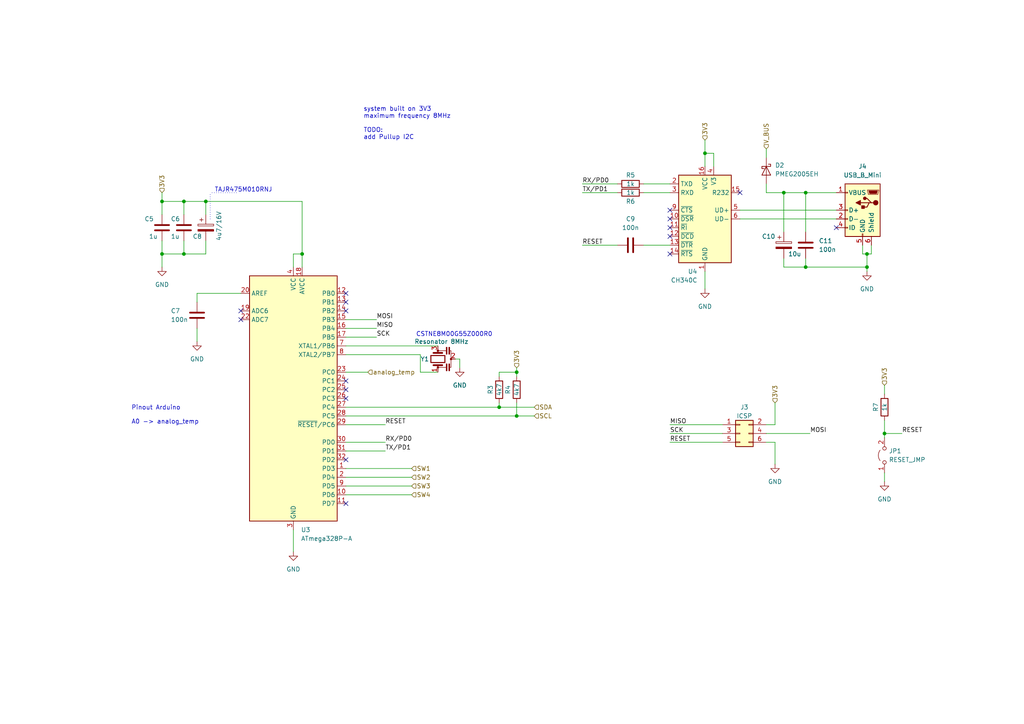
<source format=kicad_sch>
(kicad_sch (version 20231120) (generator "eeschema") (generator_version "8.0")
  (paper "A4")
  (lib_symbols
    (symbol "Connector:USB_B_Mini" (pin_names (offset 1.016))
      (property "Reference" "J" (at -5.08 11.43 0))
      (property "Value" "USB_B_Mini" (at -5.08 8.89 0))
      (symbol "USB_B_Mini_0_1"
        (rectangle (start -5.08 -7.62) (end 5.08 7.62) (stroke (width 0.254)) (fill (type background)))
        (circle (center -3.81 2.159) (radius 0.635) (stroke (width 0.254)) (fill (type outline)))
        (circle (center -0.635 3.429) (radius 0.381) (stroke (width 0.254)) (fill (type outline)))
        (rectangle (start -0.127 -7.62) (end 0.127 -6.858))
        (polyline (pts (xy -1.905 2.159) (xy 0.635 2.159)) (stroke (width 0.254)))
        (polyline (pts (xy -3.175 2.159) (xy -2.54 2.159) (xy -1.27 3.429) (xy -0.635 3.429)) (stroke (width 0.254)))
        (polyline (pts (xy -2.54 2.159) (xy -1.905 2.159) (xy -1.27 0.889) (xy 0 0.889)) (stroke (width 0.254)))
        (polyline (pts (xy 0.635 2.794) (xy 0.635 1.524) (xy 1.905 2.159) (xy 0.635 2.794)) (stroke (width 0.254)) (fill (type outline)))
        (polyline (pts (xy -4.318 5.588) (xy -1.778 5.588) (xy -2.032 4.826) (xy -4.064 4.826) (xy -4.318 5.588)) (fill (type outline)))
        (polyline (pts (xy -4.699 5.842) (xy -4.699 5.588) (xy -4.445 4.826) (xy -4.445 4.572) (xy -1.651 4.572) (xy -1.651 4.826) (xy -1.397 5.588) (xy -1.397 5.842) (xy -4.699 5.842)))
        (rectangle (start 0.254 1.27) (end -0.508 0.508) (stroke (width 0.254)) (fill (type outline)))
        (rectangle (start 5.08 -5.207) (end 4.318 -4.953))
        (rectangle (start 5.08 -2.667) (end 4.318 -2.413))
        (rectangle (start 5.08 -0.127) (end 4.318 0.127))
        (rectangle (start 5.08 4.953) (end 4.318 5.207))
      )
      (symbol "USB_B_Mini_1_1"
        (pin power_out line (at 7.62 5.08 180) (length 2.54) (name "VBUS") (number "1"))
        (pin bidirectional line (at 7.62 -2.54 180) (length 2.54) (name "D-") (number "2"))
        (pin bidirectional line (at 7.62 0 180) (length 2.54) (name "D+") (number "3"))
        (pin passive line (at 7.62 -5.08 180) (length 2.54) (name "ID") (number "4"))
        (pin power_out line (at 0 -10.16 90) (length 2.54) (name "GND") (number "5"))
        (pin passive line (at -2.54 -10.16 90) (length 2.54) (name "Shield") (number "6"))
      )
    )
    (symbol "Connector_Generic:Conn_02x03_Odd_Even" (pin_names (offset 1.016) hide)
      (property "Reference" "J" (at 1.27 5.08 0))
      (property "Value" "Conn_02x03_Odd_Even" (at 1.27 -5.08 0))
      (symbol "Conn_02x03_Odd_Even_1_1"
        (rectangle (start -1.27 -2.413) (end 0 -2.667) (stroke (width 0.1524)))
        (rectangle (start -1.27 0.127) (end 0 -0.127) (stroke (width 0.1524)))
        (rectangle (start -1.27 2.667) (end 0 2.413) (stroke (width 0.1524)))
        (rectangle (start -1.27 3.81) (end 3.81 -3.81) (stroke (width 0.254)) (fill (type background)))
        (rectangle (start 3.81 -2.413) (end 2.54 -2.667) (stroke (width 0.1524)))
        (rectangle (start 3.81 0.127) (end 2.54 -0.127) (stroke (width 0.1524)))
        (rectangle (start 3.81 2.667) (end 2.54 2.413) (stroke (width 0.1524)))
        (pin passive line (at -5.08 2.54 0) (length 3.81) (name "Pin_1") (number "1"))
        (pin passive line (at 7.62 2.54 180) (length 3.81) (name "Pin_2") (number "2"))
        (pin passive line (at -5.08 0 0) (length 3.81) (name "Pin_3") (number "3"))
        (pin passive line (at 7.62 0 180) (length 3.81) (name "Pin_4") (number "4"))
        (pin passive line (at -5.08 -2.54 0) (length 3.81) (name "Pin_5") (number "5"))
        (pin passive line (at 7.62 -2.54 180) (length 3.81) (name "Pin_6") (number "6"))
      )
    )
    (symbol "Device:C" (pin_numbers hide) (pin_names (offset 0.254))
      (property "Reference" "C" (at 0.635 2.54 0))
      (property "Value" "C" (at 0.635 -2.54 0))
      (symbol "C_0_1"
        (polyline (pts (xy -2.032 -0.762) (xy 2.032 -0.762)) (stroke (width 0.508)))
        (polyline (pts (xy -2.032 0.762) (xy 2.032 0.762)) (stroke (width 0.508)))
      )
      (symbol "C_1_1"
        (pin passive line (at 0 3.81 270) (length 2.794) (name "~") (number "1"))
        (pin passive line (at 0 -3.81 90) (length 2.794) (name "~") (number "2"))
      )
    )
    (symbol "Device:C_Polarized" (pin_numbers hide) (pin_names (offset 0.254))
      (property "Reference" "C" (at 0.635 2.54 0))
      (property "Value" "C_Polarized" (at 0.635 -2.54 0))
      (symbol "C_Polarized_0_1"
        (rectangle (start -2.286 0.508) (end 2.286 1.016))
        (polyline (pts (xy -1.778 2.286) (xy -0.762 2.286)))
        (polyline (pts (xy -1.27 2.794) (xy -1.27 1.778)))
        (rectangle (start 2.286 -0.508) (end -2.286 -1.016) (fill (type outline)))
      )
      (symbol "C_Polarized_1_1"
        (pin passive line (at 0 3.81 270) (length 2.794) (name "~") (number "1"))
        (pin passive line (at 0 -3.81 90) (length 2.794) (name "~") (number "2"))
      )
    )
    (symbol "Device:R" (pin_numbers hide) (pin_names (offset 0))
      (property "Reference" "R" (at 2.032 0 90))
      (property "Value" "R" (at 0 0 90))
      (symbol "R_0_1"
        (rectangle (start -1.016 -2.54) (end 1.016 2.54) (stroke (width 0.254)))
      )
      (symbol "R_1_1"
        (pin passive line (at 0 3.81 270) (length 1.27) (name "~") (number "1"))
        (pin passive line (at 0 -3.81 90) (length 1.27) (name "~") (number "2"))
      )
    )
    (symbol "Device:Resonator" (pin_names (offset 1.016) hide)
      (property "Reference" "Y" (at 0 5.715 0))
      (property "Value" "Resonator" (at 0 3.81 0))
      (symbol "Resonator_0_1"
        (rectangle (start -3.429 -3.175) (end -1.397 -3.429) (fill (type outline)))
        (rectangle (start -3.429 -2.413) (end -1.397 -2.667) (fill (type outline)))
        (circle (center -2.413 0) (radius 0.254) (fill (type outline)))
        (rectangle (start -1.016 2.032) (end 1.016 -2.032) (stroke (width 0.3048)))
        (circle (center 0 -3.81) (radius 0.254) (fill (type outline)))
        (polyline (pts (xy -2.413 -2.413) (xy -2.413 0)))
        (polyline (pts (xy -1.905 0) (xy -3.175 0)))
        (polyline (pts (xy -1.778 -1.27) (xy -1.778 1.27)) (stroke (width 0.508)))
        (polyline (pts (xy 1.778 -1.27) (xy 1.778 1.27)) (stroke (width 0.508)))
        (polyline (pts (xy 1.905 0) (xy 2.54 0)))
        (polyline (pts (xy 2.413 0) (xy 2.413 -2.54)))
        (polyline (pts (xy 2.413 -3.302) (xy 2.413 -3.81) (xy -2.413 -3.81) (xy -2.413 -3.302)))
        (rectangle (start 1.397 -3.175) (end 3.429 -3.429) (fill (type outline)))
        (rectangle (start 1.397 -2.413) (end 3.429 -2.667) (fill (type outline)))
        (circle (center 2.413 0) (radius 0.254) (fill (type outline)))
      )
      (symbol "Resonator_1_1"
        (pin passive line (at -3.81 0 0) (length 1.27) (name "1") (number "1"))
        (pin passive line (at 0 -5.08 90) (length 1.27) (name "2") (number "2"))
        (pin passive line (at 3.81 0 180) (length 1.27) (name "3") (number "3"))
      )
    )
    (symbol "Diode:PMEG2005EH" (pin_numbers hide) (pin_names hide)
      (property "Reference" "D" (at 0 2.54 0))
      (property "Value" "PMEG2005EH" (at 0 -2.54 0))
      (symbol "PMEG2005EH_0_1"
        (polyline (pts (xy 1.27 0) (xy -1.27 0)))
        (polyline (pts (xy 1.27 1.27) (xy 1.27 -1.27) (xy -1.27 0) (xy 1.27 1.27)) (stroke (width 0.2032)))
        (polyline (pts (xy -1.905 0.635) (xy -1.905 1.27) (xy -1.27 1.27) (xy -1.27 -1.27) (xy -0.635 -1.27) (xy -0.635 -0.635)) (stroke (width 0.2032)))
      )
      (symbol "PMEG2005EH_1_1"
        (pin passive line (at -3.81 0 0) (length 2.54) (name "K") (number "1"))
        (pin passive line (at 3.81 0 180) (length 2.54) (name "A") (number "2"))
      )
    )
    (symbol "Interface_USB:CH340C"
      (property "Reference" "U" (at -5.08 13.97 0))
      (property "Value" "CH340C" (at 1.27 13.97 0))
      (symbol "CH340C_0_1"
        (rectangle (start -7.62 12.7) (end 7.62 -12.7) (stroke (width 0.254)) (fill (type background)))
      )
      (symbol "CH340C_1_1"
        (pin power_in line (at 0 -15.24 90) (length 2.54) (name "GND") (number "1"))
        (pin input line (at 10.16 0 180) (length 2.54) (name "~{DSR}") (number "10"))
        (pin input line (at 10.16 -2.54 180) (length 2.54) (name "~{RI}") (number "11"))
        (pin input line (at 10.16 -5.08 180) (length 2.54) (name "~{DCD}") (number "12"))
        (pin output line (at 10.16 -7.62 180) (length 2.54) (name "~{DTR}") (number "13"))
        (pin output line (at 10.16 -10.16 180) (length 2.54) (name "~{RTS}") (number "14"))
        (pin input line (at -10.16 7.62 0) (length 2.54) (name "R232") (number "15"))
        (pin power_in line (at 0 15.24 270) (length 2.54) (name "VCC") (number "16"))
        (pin output line (at 10.16 10.16 180) (length 2.54) (name "TXD") (number "2"))
        (pin input line (at 10.16 7.62 180) (length 2.54) (name "RXD") (number "3"))
        (pin passive line (at -2.54 15.24 270) (length 2.54) (name "V3") (number "4"))
        (pin bidirectional line (at -10.16 2.54 0) (length 2.54) (name "UD+") (number "5"))
        (pin bidirectional line (at -10.16 0 0) (length 2.54) (name "UD-") (number "6"))
        (pin no_connect line (at -7.62 -7.62 0) (length 2.54) hide (name "NC") (number "7"))
        (pin no_connect line (at -7.62 -10.16 0) (length 2.54) hide (name "NC") (number "8"))
        (pin input line (at 10.16 2.54 180) (length 2.54) (name "~{CTS}") (number "9"))
      )
    )
    (symbol "Jumper:Jumper_2_Open" (pin_names (offset 0) hide)
      (property "Reference" "JP" (at 0 2.794 0))
      (property "Value" "Jumper_2_Open" (at 0 -2.286 0))
      (symbol "Jumper_2_Open_0_0"
        (circle (center -2.032 0) (radius 0.508))
        (circle (center 2.032 0) (radius 0.508))
      )
      (symbol "Jumper_2_Open_0_1"
        (arc (start 1.524 1.27) (mid 0 1.778) (end -1.524 1.27))
      )
      (symbol "Jumper_2_Open_1_1"
        (pin passive line (at -5.08 0 0) (length 2.54) (name "A") (number "1"))
        (pin passive line (at 5.08 0 180) (length 2.54) (name "B") (number "2"))
      )
    )
    (symbol "MCU_Microchip_ATmega:ATmega328P-A"
      (property "Reference" "U" (at -12.7 36.83 0))
      (property "Value" "ATmega328P-A" (at 2.54 -36.83 0))
      (symbol "ATmega328P-A_0_1"
        (rectangle (start -12.7 -35.56) (end 12.7 35.56) (stroke (width 0.254)) (fill (type background)))
      )
      (symbol "ATmega328P-A_1_1"
        (pin bidirectional line (at 15.24 -20.32 180) (length 2.54) (name "PD3") (number "1"))
        (pin bidirectional line (at 15.24 -27.94 180) (length 2.54) (name "PD6") (number "10"))
        (pin bidirectional line (at 15.24 -30.48 180) (length 2.54) (name "PD7") (number "11"))
        (pin bidirectional line (at 15.24 30.48 180) (length 2.54) (name "PB0") (number "12"))
        (pin bidirectional line (at 15.24 27.94 180) (length 2.54) (name "PB1") (number "13"))
        (pin bidirectional line (at 15.24 25.4 180) (length 2.54) (name "PB2") (number "14"))
        (pin bidirectional line (at 15.24 22.86 180) (length 2.54) (name "PB3") (number "15"))
        (pin bidirectional line (at 15.24 20.32 180) (length 2.54) (name "PB4") (number "16"))
        (pin bidirectional line (at 15.24 17.78 180) (length 2.54) (name "PB5") (number "17"))
        (pin power_in line (at 2.54 38.1 270) (length 2.54) (name "AVCC") (number "18"))
        (pin input line (at -15.24 25.4 0) (length 2.54) (name "ADC6") (number "19"))
        (pin bidirectional line (at 15.24 -22.86 180) (length 2.54) (name "PD4") (number "2"))
        (pin passive line (at -15.24 30.48 0) (length 2.54) (name "AREF") (number "20"))
        (pin passive line (at 0 -38.1 90) (length 2.54) hide (name "GND") (number "21"))
        (pin input line (at -15.24 22.86 0) (length 2.54) (name "ADC7") (number "22"))
        (pin bidirectional line (at 15.24 7.62 180) (length 2.54) (name "PC0") (number "23"))
        (pin bidirectional line (at 15.24 5.08 180) (length 2.54) (name "PC1") (number "24"))
        (pin bidirectional line (at 15.24 2.54 180) (length 2.54) (name "PC2") (number "25"))
        (pin bidirectional line (at 15.24 0 180) (length 2.54) (name "PC3") (number "26"))
        (pin bidirectional line (at 15.24 -2.54 180) (length 2.54) (name "PC4") (number "27"))
        (pin bidirectional line (at 15.24 -5.08 180) (length 2.54) (name "PC5") (number "28"))
        (pin bidirectional line (at 15.24 -7.62 180) (length 2.54) (name "~{RESET}/PC6") (number "29"))
        (pin power_in line (at 0 -38.1 90) (length 2.54) (name "GND") (number "3"))
        (pin bidirectional line (at 15.24 -12.7 180) (length 2.54) (name "PD0") (number "30"))
        (pin bidirectional line (at 15.24 -15.24 180) (length 2.54) (name "PD1") (number "31"))
        (pin bidirectional line (at 15.24 -17.78 180) (length 2.54) (name "PD2") (number "32"))
        (pin power_in line (at 0 38.1 270) (length 2.54) (name "VCC") (number "4"))
        (pin passive line (at 0 -38.1 90) (length 2.54) hide (name "GND") (number "5"))
        (pin passive line (at 0 38.1 270) (length 2.54) hide (name "VCC") (number "6"))
        (pin bidirectional line (at 15.24 15.24 180) (length 2.54) (name "XTAL1/PB6") (number "7"))
        (pin bidirectional line (at 15.24 12.7 180) (length 2.54) (name "XTAL2/PB7") (number "8"))
        (pin bidirectional line (at 15.24 -25.4 180) (length 2.54) (name "PD5") (number "9"))
      )
    )
    (symbol "power:GND" (power) (pin_names (offset 0))
      (property "Value" "GND" (at 0 -3.81 0))
      (symbol "GND_0_1"
        (polyline (pts (xy 0 0) (xy 0 -1.27) (xy 1.27 -1.27) (xy 0 -2.54) (xy -1.27 -1.27) (xy 0 -1.27)))
      )
      (symbol "GND_1_1"
        (pin power_in line (at 0 0 270) (length 0) hide (name "GND") (number "1"))
      )
    )
  )
  (junction (at 204.47 44.45))
  (junction (at 256.54 125.73))
  (junction (at 53.34 73.66))
  (junction (at 59.69 58.42))
  (junction (at 46.99 73.66))
  (junction (at 87.63 73.66))
  (junction (at 149.86 120.65))
  (junction (at 227.33 55.88))
  (junction (at 144.78 118.11))
  (junction (at 233.68 55.88))
  (junction (at 251.46 77.47))
  (junction (at 53.34 58.42))
  (junction (at 251.46 73.66))
  (junction (at 149.86 107.95))
  (junction (at 46.99 58.42))
  (junction (at 233.68 77.47))
  (no_connect (at 194.31 60.96))
  (no_connect (at 194.31 66.04))
  (no_connect (at 69.85 92.71))
  (no_connect (at 100.33 133.35))
  (no_connect (at 194.31 68.58))
  (no_connect (at 242.57 66.04))
  (no_connect (at 100.33 85.09))
  (no_connect (at 100.33 113.03))
  (no_connect (at 100.33 146.05))
  (no_connect (at 69.85 90.17))
  (no_connect (at 100.33 110.49))
  (no_connect (at 194.31 73.66))
  (no_connect (at 100.33 90.17))
  (no_connect (at 100.33 87.63))
  (no_connect (at 214.63 55.88))
  (no_connect (at 194.31 63.5))
  (no_connect (at 100.33 115.57))
  (wire (pts (xy 214.63 63.5) (xy 242.57 63.5)))
  (wire (pts (xy 204.47 78.74) (xy 204.47 83.82)))
  (wire (pts (xy 53.34 58.42) (xy 46.99 58.42)))
  (wire (pts (xy 222.25 53.34) (xy 222.25 55.88)))
  (wire (pts (xy 100.33 95.25) (xy 109.22 95.25)))
  (wire (pts (xy 222.25 123.19) (xy 224.79 123.19)))
  (wire (pts (xy 222.25 125.73) (xy 234.95 125.73)))
  (wire (pts (xy 121.92 107.95) (xy 127 107.95)))
  (wire (pts (xy 233.68 55.88) (xy 242.57 55.88)))
  (wire (pts (xy 251.46 73.66) (xy 250.19 73.66)))
  (wire (pts (xy 69.85 85.09) (xy 57.15 85.09)))
  (wire (pts (xy 252.73 71.12) (xy 252.73 73.66)))
  (wire (pts (xy 194.31 123.19) (xy 209.55 123.19)))
  (wire (pts (xy 100.33 92.71) (xy 109.22 92.71)))
  (wire (pts (xy 46.99 55.88) (xy 46.99 58.42)))
  (wire (pts (xy 59.69 62.23) (xy 59.69 58.42)))
  (wire (pts (xy 222.25 128.27) (xy 224.79 128.27)))
  (wire (pts (xy 233.68 77.47) (xy 251.46 77.47)))
  (wire (pts (xy 207.01 48.26) (xy 207.01 44.45)))
  (wire (pts (xy 100.33 102.87) (xy 121.92 102.87)))
  (wire (pts (xy 53.34 73.66) (xy 59.69 73.66)))
  (wire (pts (xy 87.63 77.47) (xy 87.63 73.66)))
  (wire (pts (xy 53.34 62.23) (xy 53.34 58.42)))
  (wire (pts (xy 207.01 44.45) (xy 204.47 44.45)))
  (wire (pts (xy 168.91 71.12) (xy 179.07 71.12)))
  (wire (pts (xy 194.31 128.27) (xy 209.55 128.27)))
  (wire (pts (xy 251.46 73.66) (xy 251.46 77.47)))
  (wire (pts (xy 100.33 118.11) (xy 144.78 118.11)))
  (wire (pts (xy 46.99 73.66) (xy 46.99 77.47)))
  (wire (pts (xy 144.78 107.95) (xy 149.86 107.95)))
  (wire (pts (xy 100.33 128.27) (xy 111.76 128.27)))
  (wire (pts (xy 224.79 128.27) (xy 224.79 134.62)))
  (wire (pts (xy 194.31 125.73) (xy 209.55 125.73)))
  (wire (pts (xy 204.47 44.45) (xy 204.47 48.26)))
  (wire (pts (xy 59.69 58.42) (xy 53.34 58.42)))
  (wire (pts (xy 100.33 123.19) (xy 111.76 123.19)))
  (wire (pts (xy 256.54 125.73) (xy 261.62 125.73)))
  (wire (pts (xy 227.33 55.88) (xy 233.68 55.88)))
  (wire (pts (xy 186.69 55.88) (xy 194.31 55.88)))
  (wire (pts (xy 133.35 104.14) (xy 133.35 106.68)))
  (wire (pts (xy 85.09 77.47) (xy 85.09 73.66)))
  (polyline (pts (xy 60.96 63.5) (xy 60.96 55.88)) (stroke (width 0) (type dot)))
  (wire (pts (xy 144.78 116.84) (xy 144.78 118.11)))
  (polyline (pts (xy 68.58 55.88) (xy 60.96 55.88)) (stroke (width 0) (type dot)))
  (wire (pts (xy 252.73 73.66) (xy 251.46 73.66)))
  (wire (pts (xy 186.69 53.34) (xy 194.31 53.34)))
  (wire (pts (xy 100.33 143.51) (xy 119.38 143.51)))
  (wire (pts (xy 186.69 71.12) (xy 194.31 71.12)))
  (wire (pts (xy 168.91 53.34) (xy 179.07 53.34)))
  (wire (pts (xy 85.09 153.67) (xy 85.09 160.02)))
  (wire (pts (xy 227.33 77.47) (xy 233.68 77.47)))
  (wire (pts (xy 144.78 109.22) (xy 144.78 107.95)))
  (wire (pts (xy 85.09 73.66) (xy 87.63 73.66)))
  (wire (pts (xy 144.78 118.11) (xy 154.94 118.11)))
  (wire (pts (xy 87.63 58.42) (xy 59.69 58.42)))
  (wire (pts (xy 250.19 73.66) (xy 250.19 71.12)))
  (wire (pts (xy 233.68 74.93) (xy 233.68 77.47)))
  (wire (pts (xy 256.54 111.76) (xy 256.54 114.3)))
  (wire (pts (xy 87.63 73.66) (xy 87.63 58.42)))
  (wire (pts (xy 46.99 69.85) (xy 46.99 73.66)))
  (wire (pts (xy 149.86 120.65) (xy 154.94 120.65)))
  (wire (pts (xy 256.54 127) (xy 256.54 125.73)))
  (wire (pts (xy 100.33 130.81) (xy 111.76 130.81)))
  (wire (pts (xy 59.69 69.85) (xy 59.69 73.66)))
  (wire (pts (xy 57.15 85.09) (xy 57.15 87.63)))
  (wire (pts (xy 233.68 55.88) (xy 233.68 67.31)))
  (wire (pts (xy 53.34 73.66) (xy 46.99 73.66)))
  (wire (pts (xy 100.33 135.89) (xy 119.38 135.89)))
  (wire (pts (xy 100.33 100.33) (xy 127 100.33)))
  (wire (pts (xy 121.92 102.87) (xy 121.92 107.95)))
  (wire (pts (xy 222.25 55.88) (xy 227.33 55.88)))
  (wire (pts (xy 149.86 106.68) (xy 149.86 107.95)))
  (wire (pts (xy 149.86 116.84) (xy 149.86 120.65)))
  (wire (pts (xy 53.34 69.85) (xy 53.34 73.66)))
  (wire (pts (xy 133.35 104.14) (xy 132.08 104.14)))
  (wire (pts (xy 256.54 121.92) (xy 256.54 125.73)))
  (wire (pts (xy 251.46 77.47) (xy 251.46 78.74)))
  (wire (pts (xy 227.33 74.93) (xy 227.33 77.47)))
  (wire (pts (xy 100.33 138.43) (xy 119.38 138.43)))
  (wire (pts (xy 149.86 107.95) (xy 149.86 109.22)))
  (wire (pts (xy 224.79 123.19) (xy 224.79 116.84)))
  (wire (pts (xy 100.33 140.97) (xy 119.38 140.97)))
  (wire (pts (xy 57.15 95.25) (xy 57.15 99.06)))
  (wire (pts (xy 256.54 137.16) (xy 256.54 139.7)))
  (wire (pts (xy 168.91 55.88) (xy 179.07 55.88)))
  (wire (pts (xy 222.25 43.18) (xy 222.25 45.72)))
  (wire (pts (xy 46.99 58.42) (xy 46.99 62.23)))
  (wire (pts (xy 227.33 67.31) (xy 227.33 55.88)))
  (wire (pts (xy 100.33 120.65) (xy 149.86 120.65)))
  (wire (pts (xy 204.47 40.64) (xy 204.47 44.45)))
  (wire (pts (xy 100.33 107.95) (xy 106.68 107.95)))
  (wire (pts (xy 100.33 97.79) (xy 109.22 97.79)))
  (wire (pts (xy 214.63 60.96) (xy 242.57 60.96)))
  (text "system built on 3V3\nmaximum frequency 8MHz\n\nTODO:\nadd Pullup I2C\n" (at 105.41 40.64 0) (effects (font (size 1.27 1.27)) (justify left bottom)))
  (text "Pinout Arduino\n\nA0 -> analog_temp" (at 38.1 123.19 0) (effects (font (size 1.27 1.27)) (justify left bottom)))
  (text "CSTNE8M00G55Z000R0" (at 120.65 97.79 0) (effects (font (size 1.27 1.27)) (justify left bottom)))
  (text "TAJR475M010RNJ" (at 62.23 55.88 0) (effects (font (size 1.27 1.27)) (justify left bottom)))
  (label "SCK" (at 109.22 97.79 0))
  (label "RX{slash}PD0" (at 168.91 53.34 0))
  (label "TX{slash}PD1" (at 168.91 55.88 0))
  (label "RESET" (at 261.62 125.73 0))
  (label "RESET" (at 168.91 71.12 0))
  (label "RX{slash}PD0" (at 111.76 128.27 0))
  (label "MOSI" (at 234.95 125.73 0))
  (label "SCK" (at 194.31 125.73 0))
  (label "RESET" (at 111.76 123.19 0))
  (label "MISO" (at 194.31 123.19 0))
  (label "RESET" (at 194.31 128.27 0))
  (label "TX{slash}PD1" (at 111.76 130.81 0))
  (label "MOSI" (at 109.22 92.71 0))
  (label "MISO" (at 109.22 95.25 0))
  (hierarchical_label "SW4" (shape input) (at 119.38 143.51 0))
  (hierarchical_label "SDA" (shape input) (at 154.94 118.11 0))
  (hierarchical_label "SW3" (shape input) (at 119.38 140.97 0))
  (hierarchical_label "3V3" (shape input) (at 204.47 40.64 90))
  (hierarchical_label "SW1" (shape input) (at 119.38 135.89 0))
  (hierarchical_label "3V3" (shape input) (at 46.99 55.88 90))
  (hierarchical_label "3V3" (shape input) (at 149.86 106.68 90))
  (hierarchical_label "SW2" (shape input) (at 119.38 138.43 0))
  (hierarchical_label "analog_temp" (shape input) (at 106.68 107.95 0))
  (hierarchical_label "SCL" (shape input) (at 154.94 120.65 0))
  (hierarchical_label "3V3" (shape input) (at 224.79 116.84 90))
  (hierarchical_label "V_BUS" (shape input) (at 222.25 43.18 90))
  (hierarchical_label "3V3" (shape input) (at 256.54 111.76 90))
  (symbol (lib_id "Device:C") (at 57.15 91.44 0) (unit 1)
    (property "Reference" "C7" (at 49.53 90.17 0) (effects (justify left)))
    (property "Value" "100n" (at 49.53 92.71 0) (effects (justify left)))
    (property "Footprint" "Capacitor_SMD:C_0603_1608Metric_Pad1.08x0.95mm_HandSolder" (effects (hide yes)))
  )
  (symbol (lib_id "Device:R") (at 144.78 113.03 180) (unit 1)
    (property "Reference" "R3" (at 142.24 113.03 90))
    (property "Value" "4k7" (at 144.78 113.03 90))
    (property "Footprint" "Resistor_SMD:R_0402_1005Metric_Pad0.72x0.64mm_HandSolder" (effects (hide yes)))
  )
  (symbol (lib_id "Device:R") (at 256.54 118.11 180) (unit 1)
    (property "Reference" "R7" (at 254 118.11 90))
    (property "Value" "1k" (at 256.54 118.11 90))
    (property "Footprint" "Resistor_SMD:R_0402_1005Metric_Pad0.72x0.64mm_HandSolder" (effects (hide yes)))
  )
  (symbol (lib_id "Jumper:Jumper_2_Open") (at 256.54 132.08 90) (unit 1)
    (property "Reference" "JP1" (at 257.81 130.81 90) (effects (justify right)))
    (property "Value" "RESET_JMP" (at 257.81 133.35 90) (effects (justify right)))
    (property "Footprint" "Connector_PinHeader_2.54mm:PinHeader_1x02_P2.54mm_Vertical" (effects (hide yes)))
  )
  (symbol (lib_id "power:GND") (at 204.47 83.82 0) (unit 1)
    (property "Reference" "#PWR07" (effects (hide yes)))
    (property "Value" "GND" (at 204.47 88.9 0))
  )
  (symbol (lib_id "power:GND") (at 85.09 160.02 0) (unit 1)
    (property "Reference" "#PWR05" (effects (hide yes)))
    (property "Value" "GND" (at 85.09 165.1 0))
  )
  (symbol (lib_id "Device:R") (at 182.88 53.34 90) (unit 1)
    (property "Reference" "R5" (at 182.88 50.8 90))
    (property "Value" "1k" (at 182.88 53.34 90))
    (property "Footprint" "Resistor_SMD:R_0402_1005Metric_Pad0.72x0.64mm_HandSolder" (effects (hide yes)))
  )
  (symbol (lib_id "Device:C") (at 182.88 71.12 90) (unit 1)
    (property "Reference" "C9" (at 182.88 63.5 90))
    (property "Value" "100n" (at 182.88 66.04 90))
    (property "Footprint" "Capacitor_SMD:C_0603_1608Metric_Pad1.08x0.95mm_HandSolder" (effects (hide yes)))
  )
  (symbol (lib_id "Device:C") (at 233.68 71.12 0) (unit 1)
    (property "Reference" "C11" (at 237.49 69.85 0) (effects (justify left)))
    (property "Value" "100n" (at 237.49 72.39 0) (effects (justify left)))
    (property "Footprint" "Capacitor_SMD:C_0603_1608Metric_Pad1.08x0.95mm_HandSolder" (effects (hide yes)))
  )
  (symbol (lib_id "Diode:PMEG2005EH") (at 222.25 49.53 270) (unit 1)
    (property "Reference" "D2" (at 224.79 47.9425 90) (effects (justify left)))
    (property "Value" "PMEG2005EH" (at 224.79 50.4825 90) (effects (justify left)))
    (property "Footprint" "Diode_SMD:D_SOD-123F" (effects (hide yes)))
    (property "Datasheet" "https://assets.nexperia.com/documents/data-sheet/PMEGXX05EH_EJ_SER.pdf" (effects (hide yes)))
  )
  (symbol (lib_id "Device:R") (at 182.88 55.88 90) (unit 1)
    (property "Reference" "R6" (at 182.88 58.42 90))
    (property "Value" "1k" (at 182.88 55.88 90))
    (property "Footprint" "Resistor_SMD:R_0402_1005Metric_Pad0.72x0.64mm_HandSolder" (effects (hide yes)))
  )
  (symbol (lib_id "Device:C_Polarized") (at 59.69 66.04 0) (unit 1)
    (property "Reference" "C8" (at 55.88 68.58 0) (effects (justify left)))
    (property "Value" "4u7/16V" (at 63.5 69.85 90) (effects (justify left)))
    (property "Footprint" "Capacitor_SMD:C_0805_2012Metric_Pad1.18x1.45mm_HandSolder" (effects (hide yes)))
  )
  (symbol (lib_id "Connector_Generic:Conn_02x03_Odd_Even") (at 214.63 125.73 0) (unit 1)
    (property "Reference" "J3" (at 215.9 118.11 0))
    (property "Value" "ICSP" (at 215.9 120.65 0))
    (property "Footprint" "Connector_PinHeader_2.54mm:PinHeader_2x03_P2.54mm_Vertical" (effects (hide yes)))
  )
  (symbol (lib_id "MCU_Microchip_ATmega:ATmega328P-A") (at 85.09 115.57 0) (unit 1)
    (property "Reference" "U3" (at 87.2841 153.67 0) (effects (justify left)))
    (property "Value" "ATmega328P-A" (at 87.2841 156.21 0) (effects (justify left)))
    (property "Footprint" "Package_QFP:TQFP-32_7x7mm_P0.8mm" (effects (hide yes)))
    (property "Datasheet" "http://ww1.microchip.com/downloads/en/DeviceDoc/ATmega328_P%20AVR%20MCU%20with%20picoPower%20Technology%20Data%20Sheet%2040001984A.pdf" (effects (hide yes)))
  )
  (symbol (lib_id "power:GND") (at 224.79 134.62 0) (unit 1)
    (property "Reference" "#PWR08" (effects (hide yes)))
    (property "Value" "GND" (at 224.79 139.7 0))
  )
  (symbol (lib_id "Device:R") (at 149.86 113.03 180) (unit 1)
    (property "Reference" "R4" (at 147.32 113.03 90))
    (property "Value" "4k7" (at 149.86 113.03 90))
    (property "Footprint" "Resistor_SMD:R_0402_1005Metric_Pad0.72x0.64mm_HandSolder" (effects (hide yes)))
  )
  (symbol (lib_id "power:GND") (at 133.35 106.68 0) (unit 1)
    (property "Reference" "#PWR06" (effects (hide yes)))
    (property "Value" "GND" (at 133.35 111.76 0))
  )
  (symbol (lib_id "power:GND") (at 256.54 139.7 0) (unit 1)
    (property "Reference" "#PWR010" (effects (hide yes)))
    (property "Value" "GND" (at 256.54 144.78 0))
  )
  (symbol (lib_id "Device:C_Polarized") (at 227.33 71.12 0) (unit 1)
    (property "Reference" "C10" (at 220.98 68.58 0) (effects (justify left)))
    (property "Value" "10u" (at 228.6 73.66 0) (effects (justify left)))
    (property "Footprint" "Capacitor_SMD:C_0603_1608Metric_Pad1.08x0.95mm_HandSolder" (effects (hide yes)))
  )
  (symbol (lib_id "Device:Resonator") (at 127 104.14 90) (unit 1)
    (property "Reference" "Y1" (at 124.46 104.14 90) (effects (justify left)))
    (property "Value" "Resonator 8MHz" (at 135.89 99.06 90) (effects (justify left)))
    (property "Footprint" "Crystal:Resonator_SMD_Murata_CSTxExxV-3Pin_3.0x1.1mm_HandSoldering" (effects (hide yes)))
  )
  (symbol (lib_id "Connector:USB_B_Mini") (at 250.19 60.96 0) (mirror y) (unit 1)
    (property "Reference" "J4" (at 250.19 48.26 0))
    (property "Value" "USB_B_Mini" (at 250.19 50.8 0))
    (property "Footprint" "Connector_USB:USB_Mini-B_Wuerth_65100516121_Horizontal" (effects (hide yes)))
  )
  (symbol (lib_id "Interface_USB:CH340C") (at 204.47 63.5 0) (mirror y) (unit 1)
    (property "Reference" "U4" (at 202.2759 78.74 0) (effects (justify left)))
    (property "Value" "CH340C" (at 202.2759 81.28 0) (effects (justify left)))
    (property "Footprint" "Package_SO:SOIC-16_3.9x9.9mm_P1.27mm" (effects (hide yes)))
    (property "Datasheet" "https://datasheet.lcsc.com/szlcsc/Jiangsu-Qin-Heng-CH340C_C84681.pdf" (effects (hide yes)))
  )
  (symbol (lib_id "Device:C") (at 53.34 66.04 0) (unit 1)
    (property "Reference" "C6" (at 49.53 63.5 0) (effects (justify left)))
    (property "Value" "1u" (at 49.53 68.58 0) (effects (justify left)))
    (property "Footprint" "Capacitor_SMD:C_0603_1608Metric_Pad1.08x0.95mm_HandSolder" (effects (hide yes)))
  )
  (symbol (lib_id "Device:C") (at 46.99 66.04 0) (unit 1)
    (property "Reference" "C5" (at 41.91 63.5 0) (effects (justify left)))
    (property "Value" "1u" (at 43.18 68.58 0) (effects (justify left)))
    (property "Footprint" "Capacitor_SMD:C_0603_1608Metric_Pad1.08x0.95mm_HandSolder" (effects (hide yes)))
  )
  (symbol (lib_id "power:GND") (at 251.46 78.74 0) (unit 1)
    (property "Reference" "#PWR09" (effects (hide yes)))
    (property "Value" "GND" (at 251.46 83.82 0))
  )
  (symbol (lib_id "power:GND") (at 46.99 77.47 0) (unit 1)
    (property "Reference" "#PWR03" (effects (hide yes)))
    (property "Value" "GND" (at 46.99 82.55 0))
  )
  (symbol (lib_id "power:GND") (at 57.15 99.06 0) (unit 1)
    (property "Reference" "#PWR04" (effects (hide yes)))
    (property "Value" "GND" (at 57.15 104.14 0))
  )
)
</source>
